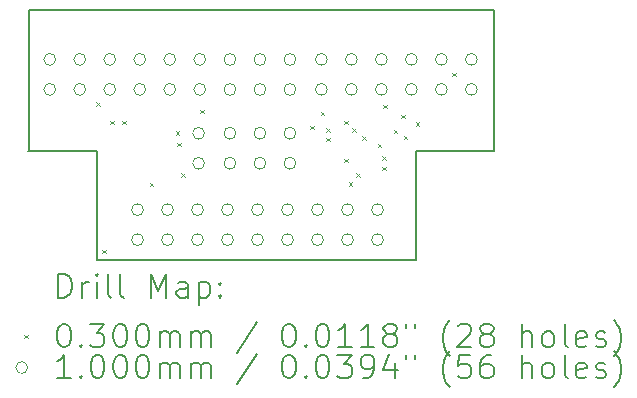
<source format=gbr>
%TF.GenerationSoftware,KiCad,Pcbnew,7.0.6+dfsg-1*%
%TF.CreationDate,2023-08-24T12:50:27+02:00*%
%TF.ProjectId,OV7670,4f563736-3730-42e6-9b69-6361645f7063,v1.2*%
%TF.SameCoordinates,Original*%
%TF.FileFunction,Drillmap*%
%TF.FilePolarity,Positive*%
%FSLAX45Y45*%
G04 Gerber Fmt 4.5, Leading zero omitted, Abs format (unit mm)*
G04 Created by KiCad (PCBNEW 7.0.6+dfsg-1) date 2023-08-24 12:50:27*
%MOMM*%
%LPD*%
G01*
G04 APERTURE LIST*
%ADD10C,0.150000*%
%ADD11C,0.200000*%
%ADD12C,0.030000*%
%ADD13C,0.100000*%
G04 APERTURE END LIST*
D10*
X9513771Y-4076000D02*
X9513771Y-2876000D01*
X6157000Y-4994000D02*
X8854000Y-4994000D01*
X6157000Y-4076000D02*
X6157000Y-4994000D01*
X8854000Y-4076501D02*
X9514000Y-4076501D01*
X8854000Y-4994000D02*
X8854000Y-4076501D01*
X5574459Y-4076000D02*
X6157000Y-4076000D01*
X5575000Y-2876000D02*
X5575000Y-4076000D01*
X9513771Y-2876000D02*
X5575000Y-2876000D01*
D11*
D12*
X6150000Y-3661000D02*
X6180000Y-3691000D01*
X6180000Y-3661000D02*
X6150000Y-3691000D01*
X6200771Y-4906499D02*
X6230771Y-4936499D01*
X6230771Y-4906499D02*
X6200771Y-4936499D01*
X6266200Y-3817800D02*
X6296200Y-3847800D01*
X6296200Y-3817800D02*
X6266200Y-3847800D01*
X6367800Y-3817800D02*
X6397800Y-3847800D01*
X6397800Y-3817800D02*
X6367800Y-3847800D01*
X6600000Y-4341000D02*
X6630000Y-4371000D01*
X6630000Y-4341000D02*
X6600000Y-4371000D01*
X6822771Y-3907000D02*
X6852771Y-3937000D01*
X6852771Y-3907000D02*
X6822771Y-3937000D01*
X6832835Y-4003435D02*
X6862835Y-4033435D01*
X6862835Y-4003435D02*
X6832835Y-4033435D01*
X6866635Y-4262635D02*
X6896635Y-4292635D01*
X6896635Y-4262635D02*
X6866635Y-4292635D01*
X7030000Y-3721000D02*
X7060000Y-3751000D01*
X7060000Y-3721000D02*
X7030000Y-3751000D01*
X7960771Y-3858499D02*
X7990771Y-3888499D01*
X7990771Y-3858499D02*
X7960771Y-3888499D01*
X8050000Y-3741000D02*
X8080000Y-3771000D01*
X8080000Y-3741000D02*
X8050000Y-3771000D01*
X8094221Y-3880250D02*
X8124221Y-3910250D01*
X8124221Y-3880250D02*
X8094221Y-3910250D01*
X8094221Y-3960200D02*
X8124221Y-3990200D01*
X8124221Y-3960200D02*
X8094221Y-3990200D01*
X8245930Y-4137658D02*
X8275930Y-4167658D01*
X8275930Y-4137658D02*
X8245930Y-4167658D01*
X8246813Y-3817702D02*
X8276813Y-3847702D01*
X8276813Y-3817702D02*
X8246813Y-3847702D01*
X8284771Y-4335949D02*
X8314771Y-4365949D01*
X8314771Y-4335949D02*
X8284771Y-4365949D01*
X8315771Y-3880301D02*
X8345771Y-3910301D01*
X8345771Y-3880301D02*
X8315771Y-3910301D01*
X8348321Y-4258499D02*
X8378321Y-4288499D01*
X8378321Y-4258499D02*
X8348321Y-4288499D01*
X8399977Y-3945044D02*
X8429977Y-3975044D01*
X8429977Y-3945044D02*
X8399977Y-3975044D01*
X8531112Y-4009158D02*
X8561112Y-4039158D01*
X8561112Y-4009158D02*
X8531112Y-4039158D01*
X8570052Y-4117563D02*
X8600052Y-4147563D01*
X8600052Y-4117563D02*
X8570052Y-4147563D01*
X8570052Y-4207259D02*
X8600052Y-4237259D01*
X8600052Y-4207259D02*
X8570052Y-4237259D01*
X8576771Y-3682499D02*
X8606771Y-3712499D01*
X8606771Y-3682499D02*
X8576771Y-3712499D01*
X8668781Y-3891068D02*
X8698781Y-3921068D01*
X8698781Y-3891068D02*
X8668781Y-3921068D01*
X8731231Y-3766168D02*
X8761231Y-3796168D01*
X8761231Y-3766168D02*
X8731231Y-3796168D01*
X8750863Y-3941535D02*
X8780863Y-3971535D01*
X8780863Y-3941535D02*
X8750863Y-3971535D01*
X8852321Y-3828363D02*
X8882321Y-3858363D01*
X8882321Y-3828363D02*
X8852321Y-3858363D01*
X9161800Y-3411400D02*
X9191800Y-3441400D01*
X9191800Y-3411400D02*
X9161800Y-3441400D01*
D13*
X5805000Y-3297000D02*
G75*
G03*
X5805000Y-3297000I-50000J0D01*
G01*
X5805000Y-3551000D02*
G75*
G03*
X5805000Y-3551000I-50000J0D01*
G01*
X6059000Y-3297000D02*
G75*
G03*
X6059000Y-3297000I-50000J0D01*
G01*
X6059000Y-3551000D02*
G75*
G03*
X6059000Y-3551000I-50000J0D01*
G01*
X6313000Y-3297000D02*
G75*
G03*
X6313000Y-3297000I-50000J0D01*
G01*
X6313000Y-3551000D02*
G75*
G03*
X6313000Y-3551000I-50000J0D01*
G01*
X6548000Y-4569400D02*
G75*
G03*
X6548000Y-4569400I-50000J0D01*
G01*
X6548000Y-4823400D02*
G75*
G03*
X6548000Y-4823400I-50000J0D01*
G01*
X6567000Y-3297000D02*
G75*
G03*
X6567000Y-3297000I-50000J0D01*
G01*
X6567000Y-3551000D02*
G75*
G03*
X6567000Y-3551000I-50000J0D01*
G01*
X6802000Y-4569400D02*
G75*
G03*
X6802000Y-4569400I-50000J0D01*
G01*
X6802000Y-4823400D02*
G75*
G03*
X6802000Y-4823400I-50000J0D01*
G01*
X6821000Y-3297000D02*
G75*
G03*
X6821000Y-3297000I-50000J0D01*
G01*
X6821000Y-3551000D02*
G75*
G03*
X6821000Y-3551000I-50000J0D01*
G01*
X7056000Y-4569400D02*
G75*
G03*
X7056000Y-4569400I-50000J0D01*
G01*
X7056000Y-4823400D02*
G75*
G03*
X7056000Y-4823400I-50000J0D01*
G01*
X7065000Y-3922000D02*
G75*
G03*
X7065000Y-3922000I-50000J0D01*
G01*
X7065000Y-4176000D02*
G75*
G03*
X7065000Y-4176000I-50000J0D01*
G01*
X7075000Y-3297000D02*
G75*
G03*
X7075000Y-3297000I-50000J0D01*
G01*
X7075000Y-3551000D02*
G75*
G03*
X7075000Y-3551000I-50000J0D01*
G01*
X7310000Y-4569400D02*
G75*
G03*
X7310000Y-4569400I-50000J0D01*
G01*
X7310000Y-4823400D02*
G75*
G03*
X7310000Y-4823400I-50000J0D01*
G01*
X7330000Y-3297000D02*
G75*
G03*
X7330000Y-3297000I-50000J0D01*
G01*
X7330000Y-3551000D02*
G75*
G03*
X7330000Y-3551000I-50000J0D01*
G01*
X7330000Y-3922000D02*
G75*
G03*
X7330000Y-3922000I-50000J0D01*
G01*
X7330000Y-4176000D02*
G75*
G03*
X7330000Y-4176000I-50000J0D01*
G01*
X7564000Y-4569400D02*
G75*
G03*
X7564000Y-4569400I-50000J0D01*
G01*
X7564000Y-4823400D02*
G75*
G03*
X7564000Y-4823400I-50000J0D01*
G01*
X7584000Y-3297000D02*
G75*
G03*
X7584000Y-3297000I-50000J0D01*
G01*
X7584000Y-3551000D02*
G75*
G03*
X7584000Y-3551000I-50000J0D01*
G01*
X7584000Y-3922000D02*
G75*
G03*
X7584000Y-3922000I-50000J0D01*
G01*
X7584000Y-4176000D02*
G75*
G03*
X7584000Y-4176000I-50000J0D01*
G01*
X7818000Y-4569400D02*
G75*
G03*
X7818000Y-4569400I-50000J0D01*
G01*
X7818000Y-4823400D02*
G75*
G03*
X7818000Y-4823400I-50000J0D01*
G01*
X7838000Y-3297000D02*
G75*
G03*
X7838000Y-3297000I-50000J0D01*
G01*
X7838000Y-3551000D02*
G75*
G03*
X7838000Y-3551000I-50000J0D01*
G01*
X7838000Y-3922000D02*
G75*
G03*
X7838000Y-3922000I-50000J0D01*
G01*
X7838000Y-4176000D02*
G75*
G03*
X7838000Y-4176000I-50000J0D01*
G01*
X8072000Y-4569400D02*
G75*
G03*
X8072000Y-4569400I-50000J0D01*
G01*
X8072000Y-4823400D02*
G75*
G03*
X8072000Y-4823400I-50000J0D01*
G01*
X8105000Y-3297000D02*
G75*
G03*
X8105000Y-3297000I-50000J0D01*
G01*
X8105000Y-3551000D02*
G75*
G03*
X8105000Y-3551000I-50000J0D01*
G01*
X8326000Y-4569400D02*
G75*
G03*
X8326000Y-4569400I-50000J0D01*
G01*
X8326000Y-4823400D02*
G75*
G03*
X8326000Y-4823400I-50000J0D01*
G01*
X8359000Y-3297000D02*
G75*
G03*
X8359000Y-3297000I-50000J0D01*
G01*
X8359000Y-3551000D02*
G75*
G03*
X8359000Y-3551000I-50000J0D01*
G01*
X8580000Y-4569400D02*
G75*
G03*
X8580000Y-4569400I-50000J0D01*
G01*
X8580000Y-4823400D02*
G75*
G03*
X8580000Y-4823400I-50000J0D01*
G01*
X8613000Y-3297000D02*
G75*
G03*
X8613000Y-3297000I-50000J0D01*
G01*
X8613000Y-3551000D02*
G75*
G03*
X8613000Y-3551000I-50000J0D01*
G01*
X8867000Y-3297000D02*
G75*
G03*
X8867000Y-3297000I-50000J0D01*
G01*
X8867000Y-3551000D02*
G75*
G03*
X8867000Y-3551000I-50000J0D01*
G01*
X9121000Y-3297000D02*
G75*
G03*
X9121000Y-3297000I-50000J0D01*
G01*
X9121000Y-3551000D02*
G75*
G03*
X9121000Y-3551000I-50000J0D01*
G01*
X9375000Y-3297000D02*
G75*
G03*
X9375000Y-3297000I-50000J0D01*
G01*
X9375000Y-3551000D02*
G75*
G03*
X9375000Y-3551000I-50000J0D01*
G01*
D11*
X5827735Y-5312984D02*
X5827735Y-5112984D01*
X5827735Y-5112984D02*
X5875354Y-5112984D01*
X5875354Y-5112984D02*
X5903926Y-5122508D01*
X5903926Y-5122508D02*
X5922973Y-5141555D01*
X5922973Y-5141555D02*
X5932497Y-5160603D01*
X5932497Y-5160603D02*
X5942021Y-5198698D01*
X5942021Y-5198698D02*
X5942021Y-5227270D01*
X5942021Y-5227270D02*
X5932497Y-5265365D01*
X5932497Y-5265365D02*
X5922973Y-5284412D01*
X5922973Y-5284412D02*
X5903926Y-5303460D01*
X5903926Y-5303460D02*
X5875354Y-5312984D01*
X5875354Y-5312984D02*
X5827735Y-5312984D01*
X6027735Y-5312984D02*
X6027735Y-5179650D01*
X6027735Y-5217746D02*
X6037259Y-5198698D01*
X6037259Y-5198698D02*
X6046783Y-5189174D01*
X6046783Y-5189174D02*
X6065831Y-5179650D01*
X6065831Y-5179650D02*
X6084878Y-5179650D01*
X6151545Y-5312984D02*
X6151545Y-5179650D01*
X6151545Y-5112984D02*
X6142021Y-5122508D01*
X6142021Y-5122508D02*
X6151545Y-5132031D01*
X6151545Y-5132031D02*
X6161069Y-5122508D01*
X6161069Y-5122508D02*
X6151545Y-5112984D01*
X6151545Y-5112984D02*
X6151545Y-5132031D01*
X6275354Y-5312984D02*
X6256307Y-5303460D01*
X6256307Y-5303460D02*
X6246783Y-5284412D01*
X6246783Y-5284412D02*
X6246783Y-5112984D01*
X6380116Y-5312984D02*
X6361069Y-5303460D01*
X6361069Y-5303460D02*
X6351545Y-5284412D01*
X6351545Y-5284412D02*
X6351545Y-5112984D01*
X6608688Y-5312984D02*
X6608688Y-5112984D01*
X6608688Y-5112984D02*
X6675354Y-5255841D01*
X6675354Y-5255841D02*
X6742021Y-5112984D01*
X6742021Y-5112984D02*
X6742021Y-5312984D01*
X6922973Y-5312984D02*
X6922973Y-5208222D01*
X6922973Y-5208222D02*
X6913450Y-5189174D01*
X6913450Y-5189174D02*
X6894402Y-5179650D01*
X6894402Y-5179650D02*
X6856307Y-5179650D01*
X6856307Y-5179650D02*
X6837259Y-5189174D01*
X6922973Y-5303460D02*
X6903926Y-5312984D01*
X6903926Y-5312984D02*
X6856307Y-5312984D01*
X6856307Y-5312984D02*
X6837259Y-5303460D01*
X6837259Y-5303460D02*
X6827735Y-5284412D01*
X6827735Y-5284412D02*
X6827735Y-5265365D01*
X6827735Y-5265365D02*
X6837259Y-5246317D01*
X6837259Y-5246317D02*
X6856307Y-5236793D01*
X6856307Y-5236793D02*
X6903926Y-5236793D01*
X6903926Y-5236793D02*
X6922973Y-5227270D01*
X7018212Y-5179650D02*
X7018212Y-5379650D01*
X7018212Y-5189174D02*
X7037259Y-5179650D01*
X7037259Y-5179650D02*
X7075354Y-5179650D01*
X7075354Y-5179650D02*
X7094402Y-5189174D01*
X7094402Y-5189174D02*
X7103926Y-5198698D01*
X7103926Y-5198698D02*
X7113450Y-5217746D01*
X7113450Y-5217746D02*
X7113450Y-5274889D01*
X7113450Y-5274889D02*
X7103926Y-5293936D01*
X7103926Y-5293936D02*
X7094402Y-5303460D01*
X7094402Y-5303460D02*
X7075354Y-5312984D01*
X7075354Y-5312984D02*
X7037259Y-5312984D01*
X7037259Y-5312984D02*
X7018212Y-5303460D01*
X7199164Y-5293936D02*
X7208688Y-5303460D01*
X7208688Y-5303460D02*
X7199164Y-5312984D01*
X7199164Y-5312984D02*
X7189640Y-5303460D01*
X7189640Y-5303460D02*
X7199164Y-5293936D01*
X7199164Y-5293936D02*
X7199164Y-5312984D01*
X7199164Y-5189174D02*
X7208688Y-5198698D01*
X7208688Y-5198698D02*
X7199164Y-5208222D01*
X7199164Y-5208222D02*
X7189640Y-5198698D01*
X7189640Y-5198698D02*
X7199164Y-5189174D01*
X7199164Y-5189174D02*
X7199164Y-5208222D01*
D12*
X5536959Y-5626500D02*
X5566959Y-5656500D01*
X5566959Y-5626500D02*
X5536959Y-5656500D01*
D11*
X5865831Y-5532984D02*
X5884878Y-5532984D01*
X5884878Y-5532984D02*
X5903926Y-5542508D01*
X5903926Y-5542508D02*
X5913450Y-5552031D01*
X5913450Y-5552031D02*
X5922973Y-5571079D01*
X5922973Y-5571079D02*
X5932497Y-5609174D01*
X5932497Y-5609174D02*
X5932497Y-5656793D01*
X5932497Y-5656793D02*
X5922973Y-5694888D01*
X5922973Y-5694888D02*
X5913450Y-5713936D01*
X5913450Y-5713936D02*
X5903926Y-5723460D01*
X5903926Y-5723460D02*
X5884878Y-5732984D01*
X5884878Y-5732984D02*
X5865831Y-5732984D01*
X5865831Y-5732984D02*
X5846783Y-5723460D01*
X5846783Y-5723460D02*
X5837259Y-5713936D01*
X5837259Y-5713936D02*
X5827735Y-5694888D01*
X5827735Y-5694888D02*
X5818212Y-5656793D01*
X5818212Y-5656793D02*
X5818212Y-5609174D01*
X5818212Y-5609174D02*
X5827735Y-5571079D01*
X5827735Y-5571079D02*
X5837259Y-5552031D01*
X5837259Y-5552031D02*
X5846783Y-5542508D01*
X5846783Y-5542508D02*
X5865831Y-5532984D01*
X6018212Y-5713936D02*
X6027735Y-5723460D01*
X6027735Y-5723460D02*
X6018212Y-5732984D01*
X6018212Y-5732984D02*
X6008688Y-5723460D01*
X6008688Y-5723460D02*
X6018212Y-5713936D01*
X6018212Y-5713936D02*
X6018212Y-5732984D01*
X6094402Y-5532984D02*
X6218212Y-5532984D01*
X6218212Y-5532984D02*
X6151545Y-5609174D01*
X6151545Y-5609174D02*
X6180116Y-5609174D01*
X6180116Y-5609174D02*
X6199164Y-5618698D01*
X6199164Y-5618698D02*
X6208688Y-5628222D01*
X6208688Y-5628222D02*
X6218212Y-5647269D01*
X6218212Y-5647269D02*
X6218212Y-5694888D01*
X6218212Y-5694888D02*
X6208688Y-5713936D01*
X6208688Y-5713936D02*
X6199164Y-5723460D01*
X6199164Y-5723460D02*
X6180116Y-5732984D01*
X6180116Y-5732984D02*
X6122973Y-5732984D01*
X6122973Y-5732984D02*
X6103926Y-5723460D01*
X6103926Y-5723460D02*
X6094402Y-5713936D01*
X6342021Y-5532984D02*
X6361069Y-5532984D01*
X6361069Y-5532984D02*
X6380116Y-5542508D01*
X6380116Y-5542508D02*
X6389640Y-5552031D01*
X6389640Y-5552031D02*
X6399164Y-5571079D01*
X6399164Y-5571079D02*
X6408688Y-5609174D01*
X6408688Y-5609174D02*
X6408688Y-5656793D01*
X6408688Y-5656793D02*
X6399164Y-5694888D01*
X6399164Y-5694888D02*
X6389640Y-5713936D01*
X6389640Y-5713936D02*
X6380116Y-5723460D01*
X6380116Y-5723460D02*
X6361069Y-5732984D01*
X6361069Y-5732984D02*
X6342021Y-5732984D01*
X6342021Y-5732984D02*
X6322973Y-5723460D01*
X6322973Y-5723460D02*
X6313450Y-5713936D01*
X6313450Y-5713936D02*
X6303926Y-5694888D01*
X6303926Y-5694888D02*
X6294402Y-5656793D01*
X6294402Y-5656793D02*
X6294402Y-5609174D01*
X6294402Y-5609174D02*
X6303926Y-5571079D01*
X6303926Y-5571079D02*
X6313450Y-5552031D01*
X6313450Y-5552031D02*
X6322973Y-5542508D01*
X6322973Y-5542508D02*
X6342021Y-5532984D01*
X6532497Y-5532984D02*
X6551545Y-5532984D01*
X6551545Y-5532984D02*
X6570593Y-5542508D01*
X6570593Y-5542508D02*
X6580116Y-5552031D01*
X6580116Y-5552031D02*
X6589640Y-5571079D01*
X6589640Y-5571079D02*
X6599164Y-5609174D01*
X6599164Y-5609174D02*
X6599164Y-5656793D01*
X6599164Y-5656793D02*
X6589640Y-5694888D01*
X6589640Y-5694888D02*
X6580116Y-5713936D01*
X6580116Y-5713936D02*
X6570593Y-5723460D01*
X6570593Y-5723460D02*
X6551545Y-5732984D01*
X6551545Y-5732984D02*
X6532497Y-5732984D01*
X6532497Y-5732984D02*
X6513450Y-5723460D01*
X6513450Y-5723460D02*
X6503926Y-5713936D01*
X6503926Y-5713936D02*
X6494402Y-5694888D01*
X6494402Y-5694888D02*
X6484878Y-5656793D01*
X6484878Y-5656793D02*
X6484878Y-5609174D01*
X6484878Y-5609174D02*
X6494402Y-5571079D01*
X6494402Y-5571079D02*
X6503926Y-5552031D01*
X6503926Y-5552031D02*
X6513450Y-5542508D01*
X6513450Y-5542508D02*
X6532497Y-5532984D01*
X6684878Y-5732984D02*
X6684878Y-5599650D01*
X6684878Y-5618698D02*
X6694402Y-5609174D01*
X6694402Y-5609174D02*
X6713450Y-5599650D01*
X6713450Y-5599650D02*
X6742021Y-5599650D01*
X6742021Y-5599650D02*
X6761069Y-5609174D01*
X6761069Y-5609174D02*
X6770593Y-5628222D01*
X6770593Y-5628222D02*
X6770593Y-5732984D01*
X6770593Y-5628222D02*
X6780116Y-5609174D01*
X6780116Y-5609174D02*
X6799164Y-5599650D01*
X6799164Y-5599650D02*
X6827735Y-5599650D01*
X6827735Y-5599650D02*
X6846783Y-5609174D01*
X6846783Y-5609174D02*
X6856307Y-5628222D01*
X6856307Y-5628222D02*
X6856307Y-5732984D01*
X6951545Y-5732984D02*
X6951545Y-5599650D01*
X6951545Y-5618698D02*
X6961069Y-5609174D01*
X6961069Y-5609174D02*
X6980116Y-5599650D01*
X6980116Y-5599650D02*
X7008688Y-5599650D01*
X7008688Y-5599650D02*
X7027735Y-5609174D01*
X7027735Y-5609174D02*
X7037259Y-5628222D01*
X7037259Y-5628222D02*
X7037259Y-5732984D01*
X7037259Y-5628222D02*
X7046783Y-5609174D01*
X7046783Y-5609174D02*
X7065831Y-5599650D01*
X7065831Y-5599650D02*
X7094402Y-5599650D01*
X7094402Y-5599650D02*
X7113450Y-5609174D01*
X7113450Y-5609174D02*
X7122974Y-5628222D01*
X7122974Y-5628222D02*
X7122974Y-5732984D01*
X7513450Y-5523460D02*
X7342021Y-5780603D01*
X7770593Y-5532984D02*
X7789640Y-5532984D01*
X7789640Y-5532984D02*
X7808688Y-5542508D01*
X7808688Y-5542508D02*
X7818212Y-5552031D01*
X7818212Y-5552031D02*
X7827736Y-5571079D01*
X7827736Y-5571079D02*
X7837259Y-5609174D01*
X7837259Y-5609174D02*
X7837259Y-5656793D01*
X7837259Y-5656793D02*
X7827736Y-5694888D01*
X7827736Y-5694888D02*
X7818212Y-5713936D01*
X7818212Y-5713936D02*
X7808688Y-5723460D01*
X7808688Y-5723460D02*
X7789640Y-5732984D01*
X7789640Y-5732984D02*
X7770593Y-5732984D01*
X7770593Y-5732984D02*
X7751545Y-5723460D01*
X7751545Y-5723460D02*
X7742021Y-5713936D01*
X7742021Y-5713936D02*
X7732497Y-5694888D01*
X7732497Y-5694888D02*
X7722974Y-5656793D01*
X7722974Y-5656793D02*
X7722974Y-5609174D01*
X7722974Y-5609174D02*
X7732497Y-5571079D01*
X7732497Y-5571079D02*
X7742021Y-5552031D01*
X7742021Y-5552031D02*
X7751545Y-5542508D01*
X7751545Y-5542508D02*
X7770593Y-5532984D01*
X7922974Y-5713936D02*
X7932497Y-5723460D01*
X7932497Y-5723460D02*
X7922974Y-5732984D01*
X7922974Y-5732984D02*
X7913450Y-5723460D01*
X7913450Y-5723460D02*
X7922974Y-5713936D01*
X7922974Y-5713936D02*
X7922974Y-5732984D01*
X8056307Y-5532984D02*
X8075355Y-5532984D01*
X8075355Y-5532984D02*
X8094402Y-5542508D01*
X8094402Y-5542508D02*
X8103926Y-5552031D01*
X8103926Y-5552031D02*
X8113450Y-5571079D01*
X8113450Y-5571079D02*
X8122974Y-5609174D01*
X8122974Y-5609174D02*
X8122974Y-5656793D01*
X8122974Y-5656793D02*
X8113450Y-5694888D01*
X8113450Y-5694888D02*
X8103926Y-5713936D01*
X8103926Y-5713936D02*
X8094402Y-5723460D01*
X8094402Y-5723460D02*
X8075355Y-5732984D01*
X8075355Y-5732984D02*
X8056307Y-5732984D01*
X8056307Y-5732984D02*
X8037259Y-5723460D01*
X8037259Y-5723460D02*
X8027736Y-5713936D01*
X8027736Y-5713936D02*
X8018212Y-5694888D01*
X8018212Y-5694888D02*
X8008688Y-5656793D01*
X8008688Y-5656793D02*
X8008688Y-5609174D01*
X8008688Y-5609174D02*
X8018212Y-5571079D01*
X8018212Y-5571079D02*
X8027736Y-5552031D01*
X8027736Y-5552031D02*
X8037259Y-5542508D01*
X8037259Y-5542508D02*
X8056307Y-5532984D01*
X8313450Y-5732984D02*
X8199164Y-5732984D01*
X8256307Y-5732984D02*
X8256307Y-5532984D01*
X8256307Y-5532984D02*
X8237259Y-5561555D01*
X8237259Y-5561555D02*
X8218212Y-5580603D01*
X8218212Y-5580603D02*
X8199164Y-5590127D01*
X8503926Y-5732984D02*
X8389640Y-5732984D01*
X8446783Y-5732984D02*
X8446783Y-5532984D01*
X8446783Y-5532984D02*
X8427736Y-5561555D01*
X8427736Y-5561555D02*
X8408688Y-5580603D01*
X8408688Y-5580603D02*
X8389640Y-5590127D01*
X8618212Y-5618698D02*
X8599164Y-5609174D01*
X8599164Y-5609174D02*
X8589640Y-5599650D01*
X8589640Y-5599650D02*
X8580117Y-5580603D01*
X8580117Y-5580603D02*
X8580117Y-5571079D01*
X8580117Y-5571079D02*
X8589640Y-5552031D01*
X8589640Y-5552031D02*
X8599164Y-5542508D01*
X8599164Y-5542508D02*
X8618212Y-5532984D01*
X8618212Y-5532984D02*
X8656307Y-5532984D01*
X8656307Y-5532984D02*
X8675355Y-5542508D01*
X8675355Y-5542508D02*
X8684879Y-5552031D01*
X8684879Y-5552031D02*
X8694402Y-5571079D01*
X8694402Y-5571079D02*
X8694402Y-5580603D01*
X8694402Y-5580603D02*
X8684879Y-5599650D01*
X8684879Y-5599650D02*
X8675355Y-5609174D01*
X8675355Y-5609174D02*
X8656307Y-5618698D01*
X8656307Y-5618698D02*
X8618212Y-5618698D01*
X8618212Y-5618698D02*
X8599164Y-5628222D01*
X8599164Y-5628222D02*
X8589640Y-5637746D01*
X8589640Y-5637746D02*
X8580117Y-5656793D01*
X8580117Y-5656793D02*
X8580117Y-5694888D01*
X8580117Y-5694888D02*
X8589640Y-5713936D01*
X8589640Y-5713936D02*
X8599164Y-5723460D01*
X8599164Y-5723460D02*
X8618212Y-5732984D01*
X8618212Y-5732984D02*
X8656307Y-5732984D01*
X8656307Y-5732984D02*
X8675355Y-5723460D01*
X8675355Y-5723460D02*
X8684879Y-5713936D01*
X8684879Y-5713936D02*
X8694402Y-5694888D01*
X8694402Y-5694888D02*
X8694402Y-5656793D01*
X8694402Y-5656793D02*
X8684879Y-5637746D01*
X8684879Y-5637746D02*
X8675355Y-5628222D01*
X8675355Y-5628222D02*
X8656307Y-5618698D01*
X8770593Y-5532984D02*
X8770593Y-5571079D01*
X8846783Y-5532984D02*
X8846783Y-5571079D01*
X9142022Y-5809174D02*
X9132498Y-5799650D01*
X9132498Y-5799650D02*
X9113450Y-5771079D01*
X9113450Y-5771079D02*
X9103926Y-5752031D01*
X9103926Y-5752031D02*
X9094402Y-5723460D01*
X9094402Y-5723460D02*
X9084879Y-5675841D01*
X9084879Y-5675841D02*
X9084879Y-5637746D01*
X9084879Y-5637746D02*
X9094402Y-5590127D01*
X9094402Y-5590127D02*
X9103926Y-5561555D01*
X9103926Y-5561555D02*
X9113450Y-5542508D01*
X9113450Y-5542508D02*
X9132498Y-5513936D01*
X9132498Y-5513936D02*
X9142022Y-5504412D01*
X9208688Y-5552031D02*
X9218212Y-5542508D01*
X9218212Y-5542508D02*
X9237260Y-5532984D01*
X9237260Y-5532984D02*
X9284879Y-5532984D01*
X9284879Y-5532984D02*
X9303926Y-5542508D01*
X9303926Y-5542508D02*
X9313450Y-5552031D01*
X9313450Y-5552031D02*
X9322974Y-5571079D01*
X9322974Y-5571079D02*
X9322974Y-5590127D01*
X9322974Y-5590127D02*
X9313450Y-5618698D01*
X9313450Y-5618698D02*
X9199164Y-5732984D01*
X9199164Y-5732984D02*
X9322974Y-5732984D01*
X9437260Y-5618698D02*
X9418212Y-5609174D01*
X9418212Y-5609174D02*
X9408688Y-5599650D01*
X9408688Y-5599650D02*
X9399164Y-5580603D01*
X9399164Y-5580603D02*
X9399164Y-5571079D01*
X9399164Y-5571079D02*
X9408688Y-5552031D01*
X9408688Y-5552031D02*
X9418212Y-5542508D01*
X9418212Y-5542508D02*
X9437260Y-5532984D01*
X9437260Y-5532984D02*
X9475355Y-5532984D01*
X9475355Y-5532984D02*
X9494402Y-5542508D01*
X9494402Y-5542508D02*
X9503926Y-5552031D01*
X9503926Y-5552031D02*
X9513450Y-5571079D01*
X9513450Y-5571079D02*
X9513450Y-5580603D01*
X9513450Y-5580603D02*
X9503926Y-5599650D01*
X9503926Y-5599650D02*
X9494402Y-5609174D01*
X9494402Y-5609174D02*
X9475355Y-5618698D01*
X9475355Y-5618698D02*
X9437260Y-5618698D01*
X9437260Y-5618698D02*
X9418212Y-5628222D01*
X9418212Y-5628222D02*
X9408688Y-5637746D01*
X9408688Y-5637746D02*
X9399164Y-5656793D01*
X9399164Y-5656793D02*
X9399164Y-5694888D01*
X9399164Y-5694888D02*
X9408688Y-5713936D01*
X9408688Y-5713936D02*
X9418212Y-5723460D01*
X9418212Y-5723460D02*
X9437260Y-5732984D01*
X9437260Y-5732984D02*
X9475355Y-5732984D01*
X9475355Y-5732984D02*
X9494402Y-5723460D01*
X9494402Y-5723460D02*
X9503926Y-5713936D01*
X9503926Y-5713936D02*
X9513450Y-5694888D01*
X9513450Y-5694888D02*
X9513450Y-5656793D01*
X9513450Y-5656793D02*
X9503926Y-5637746D01*
X9503926Y-5637746D02*
X9494402Y-5628222D01*
X9494402Y-5628222D02*
X9475355Y-5618698D01*
X9751545Y-5732984D02*
X9751545Y-5532984D01*
X9837260Y-5732984D02*
X9837260Y-5628222D01*
X9837260Y-5628222D02*
X9827736Y-5609174D01*
X9827736Y-5609174D02*
X9808688Y-5599650D01*
X9808688Y-5599650D02*
X9780117Y-5599650D01*
X9780117Y-5599650D02*
X9761069Y-5609174D01*
X9761069Y-5609174D02*
X9751545Y-5618698D01*
X9961069Y-5732984D02*
X9942022Y-5723460D01*
X9942022Y-5723460D02*
X9932498Y-5713936D01*
X9932498Y-5713936D02*
X9922974Y-5694888D01*
X9922974Y-5694888D02*
X9922974Y-5637746D01*
X9922974Y-5637746D02*
X9932498Y-5618698D01*
X9932498Y-5618698D02*
X9942022Y-5609174D01*
X9942022Y-5609174D02*
X9961069Y-5599650D01*
X9961069Y-5599650D02*
X9989641Y-5599650D01*
X9989641Y-5599650D02*
X10008688Y-5609174D01*
X10008688Y-5609174D02*
X10018212Y-5618698D01*
X10018212Y-5618698D02*
X10027736Y-5637746D01*
X10027736Y-5637746D02*
X10027736Y-5694888D01*
X10027736Y-5694888D02*
X10018212Y-5713936D01*
X10018212Y-5713936D02*
X10008688Y-5723460D01*
X10008688Y-5723460D02*
X9989641Y-5732984D01*
X9989641Y-5732984D02*
X9961069Y-5732984D01*
X10142022Y-5732984D02*
X10122974Y-5723460D01*
X10122974Y-5723460D02*
X10113450Y-5704412D01*
X10113450Y-5704412D02*
X10113450Y-5532984D01*
X10294403Y-5723460D02*
X10275355Y-5732984D01*
X10275355Y-5732984D02*
X10237260Y-5732984D01*
X10237260Y-5732984D02*
X10218212Y-5723460D01*
X10218212Y-5723460D02*
X10208688Y-5704412D01*
X10208688Y-5704412D02*
X10208688Y-5628222D01*
X10208688Y-5628222D02*
X10218212Y-5609174D01*
X10218212Y-5609174D02*
X10237260Y-5599650D01*
X10237260Y-5599650D02*
X10275355Y-5599650D01*
X10275355Y-5599650D02*
X10294403Y-5609174D01*
X10294403Y-5609174D02*
X10303926Y-5628222D01*
X10303926Y-5628222D02*
X10303926Y-5647269D01*
X10303926Y-5647269D02*
X10208688Y-5666317D01*
X10380117Y-5723460D02*
X10399164Y-5732984D01*
X10399164Y-5732984D02*
X10437260Y-5732984D01*
X10437260Y-5732984D02*
X10456307Y-5723460D01*
X10456307Y-5723460D02*
X10465831Y-5704412D01*
X10465831Y-5704412D02*
X10465831Y-5694888D01*
X10465831Y-5694888D02*
X10456307Y-5675841D01*
X10456307Y-5675841D02*
X10437260Y-5666317D01*
X10437260Y-5666317D02*
X10408688Y-5666317D01*
X10408688Y-5666317D02*
X10389641Y-5656793D01*
X10389641Y-5656793D02*
X10380117Y-5637746D01*
X10380117Y-5637746D02*
X10380117Y-5628222D01*
X10380117Y-5628222D02*
X10389641Y-5609174D01*
X10389641Y-5609174D02*
X10408688Y-5599650D01*
X10408688Y-5599650D02*
X10437260Y-5599650D01*
X10437260Y-5599650D02*
X10456307Y-5609174D01*
X10532498Y-5809174D02*
X10542022Y-5799650D01*
X10542022Y-5799650D02*
X10561069Y-5771079D01*
X10561069Y-5771079D02*
X10570593Y-5752031D01*
X10570593Y-5752031D02*
X10580117Y-5723460D01*
X10580117Y-5723460D02*
X10589641Y-5675841D01*
X10589641Y-5675841D02*
X10589641Y-5637746D01*
X10589641Y-5637746D02*
X10580117Y-5590127D01*
X10580117Y-5590127D02*
X10570593Y-5561555D01*
X10570593Y-5561555D02*
X10561069Y-5542508D01*
X10561069Y-5542508D02*
X10542022Y-5513936D01*
X10542022Y-5513936D02*
X10532498Y-5504412D01*
D13*
X5566959Y-5905500D02*
G75*
G03*
X5566959Y-5905500I-50000J0D01*
G01*
D11*
X5932497Y-5996984D02*
X5818212Y-5996984D01*
X5875354Y-5996984D02*
X5875354Y-5796984D01*
X5875354Y-5796984D02*
X5856307Y-5825555D01*
X5856307Y-5825555D02*
X5837259Y-5844603D01*
X5837259Y-5844603D02*
X5818212Y-5854127D01*
X6018212Y-5977936D02*
X6027735Y-5987460D01*
X6027735Y-5987460D02*
X6018212Y-5996984D01*
X6018212Y-5996984D02*
X6008688Y-5987460D01*
X6008688Y-5987460D02*
X6018212Y-5977936D01*
X6018212Y-5977936D02*
X6018212Y-5996984D01*
X6151545Y-5796984D02*
X6170593Y-5796984D01*
X6170593Y-5796984D02*
X6189640Y-5806508D01*
X6189640Y-5806508D02*
X6199164Y-5816031D01*
X6199164Y-5816031D02*
X6208688Y-5835079D01*
X6208688Y-5835079D02*
X6218212Y-5873174D01*
X6218212Y-5873174D02*
X6218212Y-5920793D01*
X6218212Y-5920793D02*
X6208688Y-5958888D01*
X6208688Y-5958888D02*
X6199164Y-5977936D01*
X6199164Y-5977936D02*
X6189640Y-5987460D01*
X6189640Y-5987460D02*
X6170593Y-5996984D01*
X6170593Y-5996984D02*
X6151545Y-5996984D01*
X6151545Y-5996984D02*
X6132497Y-5987460D01*
X6132497Y-5987460D02*
X6122973Y-5977936D01*
X6122973Y-5977936D02*
X6113450Y-5958888D01*
X6113450Y-5958888D02*
X6103926Y-5920793D01*
X6103926Y-5920793D02*
X6103926Y-5873174D01*
X6103926Y-5873174D02*
X6113450Y-5835079D01*
X6113450Y-5835079D02*
X6122973Y-5816031D01*
X6122973Y-5816031D02*
X6132497Y-5806508D01*
X6132497Y-5806508D02*
X6151545Y-5796984D01*
X6342021Y-5796984D02*
X6361069Y-5796984D01*
X6361069Y-5796984D02*
X6380116Y-5806508D01*
X6380116Y-5806508D02*
X6389640Y-5816031D01*
X6389640Y-5816031D02*
X6399164Y-5835079D01*
X6399164Y-5835079D02*
X6408688Y-5873174D01*
X6408688Y-5873174D02*
X6408688Y-5920793D01*
X6408688Y-5920793D02*
X6399164Y-5958888D01*
X6399164Y-5958888D02*
X6389640Y-5977936D01*
X6389640Y-5977936D02*
X6380116Y-5987460D01*
X6380116Y-5987460D02*
X6361069Y-5996984D01*
X6361069Y-5996984D02*
X6342021Y-5996984D01*
X6342021Y-5996984D02*
X6322973Y-5987460D01*
X6322973Y-5987460D02*
X6313450Y-5977936D01*
X6313450Y-5977936D02*
X6303926Y-5958888D01*
X6303926Y-5958888D02*
X6294402Y-5920793D01*
X6294402Y-5920793D02*
X6294402Y-5873174D01*
X6294402Y-5873174D02*
X6303926Y-5835079D01*
X6303926Y-5835079D02*
X6313450Y-5816031D01*
X6313450Y-5816031D02*
X6322973Y-5806508D01*
X6322973Y-5806508D02*
X6342021Y-5796984D01*
X6532497Y-5796984D02*
X6551545Y-5796984D01*
X6551545Y-5796984D02*
X6570593Y-5806508D01*
X6570593Y-5806508D02*
X6580116Y-5816031D01*
X6580116Y-5816031D02*
X6589640Y-5835079D01*
X6589640Y-5835079D02*
X6599164Y-5873174D01*
X6599164Y-5873174D02*
X6599164Y-5920793D01*
X6599164Y-5920793D02*
X6589640Y-5958888D01*
X6589640Y-5958888D02*
X6580116Y-5977936D01*
X6580116Y-5977936D02*
X6570593Y-5987460D01*
X6570593Y-5987460D02*
X6551545Y-5996984D01*
X6551545Y-5996984D02*
X6532497Y-5996984D01*
X6532497Y-5996984D02*
X6513450Y-5987460D01*
X6513450Y-5987460D02*
X6503926Y-5977936D01*
X6503926Y-5977936D02*
X6494402Y-5958888D01*
X6494402Y-5958888D02*
X6484878Y-5920793D01*
X6484878Y-5920793D02*
X6484878Y-5873174D01*
X6484878Y-5873174D02*
X6494402Y-5835079D01*
X6494402Y-5835079D02*
X6503926Y-5816031D01*
X6503926Y-5816031D02*
X6513450Y-5806508D01*
X6513450Y-5806508D02*
X6532497Y-5796984D01*
X6684878Y-5996984D02*
X6684878Y-5863650D01*
X6684878Y-5882698D02*
X6694402Y-5873174D01*
X6694402Y-5873174D02*
X6713450Y-5863650D01*
X6713450Y-5863650D02*
X6742021Y-5863650D01*
X6742021Y-5863650D02*
X6761069Y-5873174D01*
X6761069Y-5873174D02*
X6770593Y-5892222D01*
X6770593Y-5892222D02*
X6770593Y-5996984D01*
X6770593Y-5892222D02*
X6780116Y-5873174D01*
X6780116Y-5873174D02*
X6799164Y-5863650D01*
X6799164Y-5863650D02*
X6827735Y-5863650D01*
X6827735Y-5863650D02*
X6846783Y-5873174D01*
X6846783Y-5873174D02*
X6856307Y-5892222D01*
X6856307Y-5892222D02*
X6856307Y-5996984D01*
X6951545Y-5996984D02*
X6951545Y-5863650D01*
X6951545Y-5882698D02*
X6961069Y-5873174D01*
X6961069Y-5873174D02*
X6980116Y-5863650D01*
X6980116Y-5863650D02*
X7008688Y-5863650D01*
X7008688Y-5863650D02*
X7027735Y-5873174D01*
X7027735Y-5873174D02*
X7037259Y-5892222D01*
X7037259Y-5892222D02*
X7037259Y-5996984D01*
X7037259Y-5892222D02*
X7046783Y-5873174D01*
X7046783Y-5873174D02*
X7065831Y-5863650D01*
X7065831Y-5863650D02*
X7094402Y-5863650D01*
X7094402Y-5863650D02*
X7113450Y-5873174D01*
X7113450Y-5873174D02*
X7122974Y-5892222D01*
X7122974Y-5892222D02*
X7122974Y-5996984D01*
X7513450Y-5787460D02*
X7342021Y-6044603D01*
X7770593Y-5796984D02*
X7789640Y-5796984D01*
X7789640Y-5796984D02*
X7808688Y-5806508D01*
X7808688Y-5806508D02*
X7818212Y-5816031D01*
X7818212Y-5816031D02*
X7827736Y-5835079D01*
X7827736Y-5835079D02*
X7837259Y-5873174D01*
X7837259Y-5873174D02*
X7837259Y-5920793D01*
X7837259Y-5920793D02*
X7827736Y-5958888D01*
X7827736Y-5958888D02*
X7818212Y-5977936D01*
X7818212Y-5977936D02*
X7808688Y-5987460D01*
X7808688Y-5987460D02*
X7789640Y-5996984D01*
X7789640Y-5996984D02*
X7770593Y-5996984D01*
X7770593Y-5996984D02*
X7751545Y-5987460D01*
X7751545Y-5987460D02*
X7742021Y-5977936D01*
X7742021Y-5977936D02*
X7732497Y-5958888D01*
X7732497Y-5958888D02*
X7722974Y-5920793D01*
X7722974Y-5920793D02*
X7722974Y-5873174D01*
X7722974Y-5873174D02*
X7732497Y-5835079D01*
X7732497Y-5835079D02*
X7742021Y-5816031D01*
X7742021Y-5816031D02*
X7751545Y-5806508D01*
X7751545Y-5806508D02*
X7770593Y-5796984D01*
X7922974Y-5977936D02*
X7932497Y-5987460D01*
X7932497Y-5987460D02*
X7922974Y-5996984D01*
X7922974Y-5996984D02*
X7913450Y-5987460D01*
X7913450Y-5987460D02*
X7922974Y-5977936D01*
X7922974Y-5977936D02*
X7922974Y-5996984D01*
X8056307Y-5796984D02*
X8075355Y-5796984D01*
X8075355Y-5796984D02*
X8094402Y-5806508D01*
X8094402Y-5806508D02*
X8103926Y-5816031D01*
X8103926Y-5816031D02*
X8113450Y-5835079D01*
X8113450Y-5835079D02*
X8122974Y-5873174D01*
X8122974Y-5873174D02*
X8122974Y-5920793D01*
X8122974Y-5920793D02*
X8113450Y-5958888D01*
X8113450Y-5958888D02*
X8103926Y-5977936D01*
X8103926Y-5977936D02*
X8094402Y-5987460D01*
X8094402Y-5987460D02*
X8075355Y-5996984D01*
X8075355Y-5996984D02*
X8056307Y-5996984D01*
X8056307Y-5996984D02*
X8037259Y-5987460D01*
X8037259Y-5987460D02*
X8027736Y-5977936D01*
X8027736Y-5977936D02*
X8018212Y-5958888D01*
X8018212Y-5958888D02*
X8008688Y-5920793D01*
X8008688Y-5920793D02*
X8008688Y-5873174D01*
X8008688Y-5873174D02*
X8018212Y-5835079D01*
X8018212Y-5835079D02*
X8027736Y-5816031D01*
X8027736Y-5816031D02*
X8037259Y-5806508D01*
X8037259Y-5806508D02*
X8056307Y-5796984D01*
X8189640Y-5796984D02*
X8313450Y-5796984D01*
X8313450Y-5796984D02*
X8246783Y-5873174D01*
X8246783Y-5873174D02*
X8275355Y-5873174D01*
X8275355Y-5873174D02*
X8294402Y-5882698D01*
X8294402Y-5882698D02*
X8303926Y-5892222D01*
X8303926Y-5892222D02*
X8313450Y-5911269D01*
X8313450Y-5911269D02*
X8313450Y-5958888D01*
X8313450Y-5958888D02*
X8303926Y-5977936D01*
X8303926Y-5977936D02*
X8294402Y-5987460D01*
X8294402Y-5987460D02*
X8275355Y-5996984D01*
X8275355Y-5996984D02*
X8218212Y-5996984D01*
X8218212Y-5996984D02*
X8199164Y-5987460D01*
X8199164Y-5987460D02*
X8189640Y-5977936D01*
X8408688Y-5996984D02*
X8446783Y-5996984D01*
X8446783Y-5996984D02*
X8465831Y-5987460D01*
X8465831Y-5987460D02*
X8475355Y-5977936D01*
X8475355Y-5977936D02*
X8494402Y-5949365D01*
X8494402Y-5949365D02*
X8503926Y-5911269D01*
X8503926Y-5911269D02*
X8503926Y-5835079D01*
X8503926Y-5835079D02*
X8494402Y-5816031D01*
X8494402Y-5816031D02*
X8484879Y-5806508D01*
X8484879Y-5806508D02*
X8465831Y-5796984D01*
X8465831Y-5796984D02*
X8427736Y-5796984D01*
X8427736Y-5796984D02*
X8408688Y-5806508D01*
X8408688Y-5806508D02*
X8399164Y-5816031D01*
X8399164Y-5816031D02*
X8389640Y-5835079D01*
X8389640Y-5835079D02*
X8389640Y-5882698D01*
X8389640Y-5882698D02*
X8399164Y-5901746D01*
X8399164Y-5901746D02*
X8408688Y-5911269D01*
X8408688Y-5911269D02*
X8427736Y-5920793D01*
X8427736Y-5920793D02*
X8465831Y-5920793D01*
X8465831Y-5920793D02*
X8484879Y-5911269D01*
X8484879Y-5911269D02*
X8494402Y-5901746D01*
X8494402Y-5901746D02*
X8503926Y-5882698D01*
X8675355Y-5863650D02*
X8675355Y-5996984D01*
X8627736Y-5787460D02*
X8580117Y-5930317D01*
X8580117Y-5930317D02*
X8703926Y-5930317D01*
X8770593Y-5796984D02*
X8770593Y-5835079D01*
X8846783Y-5796984D02*
X8846783Y-5835079D01*
X9142022Y-6073174D02*
X9132498Y-6063650D01*
X9132498Y-6063650D02*
X9113450Y-6035079D01*
X9113450Y-6035079D02*
X9103926Y-6016031D01*
X9103926Y-6016031D02*
X9094402Y-5987460D01*
X9094402Y-5987460D02*
X9084879Y-5939841D01*
X9084879Y-5939841D02*
X9084879Y-5901746D01*
X9084879Y-5901746D02*
X9094402Y-5854127D01*
X9094402Y-5854127D02*
X9103926Y-5825555D01*
X9103926Y-5825555D02*
X9113450Y-5806508D01*
X9113450Y-5806508D02*
X9132498Y-5777936D01*
X9132498Y-5777936D02*
X9142022Y-5768412D01*
X9313450Y-5796984D02*
X9218212Y-5796984D01*
X9218212Y-5796984D02*
X9208688Y-5892222D01*
X9208688Y-5892222D02*
X9218212Y-5882698D01*
X9218212Y-5882698D02*
X9237260Y-5873174D01*
X9237260Y-5873174D02*
X9284879Y-5873174D01*
X9284879Y-5873174D02*
X9303926Y-5882698D01*
X9303926Y-5882698D02*
X9313450Y-5892222D01*
X9313450Y-5892222D02*
X9322974Y-5911269D01*
X9322974Y-5911269D02*
X9322974Y-5958888D01*
X9322974Y-5958888D02*
X9313450Y-5977936D01*
X9313450Y-5977936D02*
X9303926Y-5987460D01*
X9303926Y-5987460D02*
X9284879Y-5996984D01*
X9284879Y-5996984D02*
X9237260Y-5996984D01*
X9237260Y-5996984D02*
X9218212Y-5987460D01*
X9218212Y-5987460D02*
X9208688Y-5977936D01*
X9494402Y-5796984D02*
X9456307Y-5796984D01*
X9456307Y-5796984D02*
X9437260Y-5806508D01*
X9437260Y-5806508D02*
X9427736Y-5816031D01*
X9427736Y-5816031D02*
X9408688Y-5844603D01*
X9408688Y-5844603D02*
X9399164Y-5882698D01*
X9399164Y-5882698D02*
X9399164Y-5958888D01*
X9399164Y-5958888D02*
X9408688Y-5977936D01*
X9408688Y-5977936D02*
X9418212Y-5987460D01*
X9418212Y-5987460D02*
X9437260Y-5996984D01*
X9437260Y-5996984D02*
X9475355Y-5996984D01*
X9475355Y-5996984D02*
X9494402Y-5987460D01*
X9494402Y-5987460D02*
X9503926Y-5977936D01*
X9503926Y-5977936D02*
X9513450Y-5958888D01*
X9513450Y-5958888D02*
X9513450Y-5911269D01*
X9513450Y-5911269D02*
X9503926Y-5892222D01*
X9503926Y-5892222D02*
X9494402Y-5882698D01*
X9494402Y-5882698D02*
X9475355Y-5873174D01*
X9475355Y-5873174D02*
X9437260Y-5873174D01*
X9437260Y-5873174D02*
X9418212Y-5882698D01*
X9418212Y-5882698D02*
X9408688Y-5892222D01*
X9408688Y-5892222D02*
X9399164Y-5911269D01*
X9751545Y-5996984D02*
X9751545Y-5796984D01*
X9837260Y-5996984D02*
X9837260Y-5892222D01*
X9837260Y-5892222D02*
X9827736Y-5873174D01*
X9827736Y-5873174D02*
X9808688Y-5863650D01*
X9808688Y-5863650D02*
X9780117Y-5863650D01*
X9780117Y-5863650D02*
X9761069Y-5873174D01*
X9761069Y-5873174D02*
X9751545Y-5882698D01*
X9961069Y-5996984D02*
X9942022Y-5987460D01*
X9942022Y-5987460D02*
X9932498Y-5977936D01*
X9932498Y-5977936D02*
X9922974Y-5958888D01*
X9922974Y-5958888D02*
X9922974Y-5901746D01*
X9922974Y-5901746D02*
X9932498Y-5882698D01*
X9932498Y-5882698D02*
X9942022Y-5873174D01*
X9942022Y-5873174D02*
X9961069Y-5863650D01*
X9961069Y-5863650D02*
X9989641Y-5863650D01*
X9989641Y-5863650D02*
X10008688Y-5873174D01*
X10008688Y-5873174D02*
X10018212Y-5882698D01*
X10018212Y-5882698D02*
X10027736Y-5901746D01*
X10027736Y-5901746D02*
X10027736Y-5958888D01*
X10027736Y-5958888D02*
X10018212Y-5977936D01*
X10018212Y-5977936D02*
X10008688Y-5987460D01*
X10008688Y-5987460D02*
X9989641Y-5996984D01*
X9989641Y-5996984D02*
X9961069Y-5996984D01*
X10142022Y-5996984D02*
X10122974Y-5987460D01*
X10122974Y-5987460D02*
X10113450Y-5968412D01*
X10113450Y-5968412D02*
X10113450Y-5796984D01*
X10294403Y-5987460D02*
X10275355Y-5996984D01*
X10275355Y-5996984D02*
X10237260Y-5996984D01*
X10237260Y-5996984D02*
X10218212Y-5987460D01*
X10218212Y-5987460D02*
X10208688Y-5968412D01*
X10208688Y-5968412D02*
X10208688Y-5892222D01*
X10208688Y-5892222D02*
X10218212Y-5873174D01*
X10218212Y-5873174D02*
X10237260Y-5863650D01*
X10237260Y-5863650D02*
X10275355Y-5863650D01*
X10275355Y-5863650D02*
X10294403Y-5873174D01*
X10294403Y-5873174D02*
X10303926Y-5892222D01*
X10303926Y-5892222D02*
X10303926Y-5911269D01*
X10303926Y-5911269D02*
X10208688Y-5930317D01*
X10380117Y-5987460D02*
X10399164Y-5996984D01*
X10399164Y-5996984D02*
X10437260Y-5996984D01*
X10437260Y-5996984D02*
X10456307Y-5987460D01*
X10456307Y-5987460D02*
X10465831Y-5968412D01*
X10465831Y-5968412D02*
X10465831Y-5958888D01*
X10465831Y-5958888D02*
X10456307Y-5939841D01*
X10456307Y-5939841D02*
X10437260Y-5930317D01*
X10437260Y-5930317D02*
X10408688Y-5930317D01*
X10408688Y-5930317D02*
X10389641Y-5920793D01*
X10389641Y-5920793D02*
X10380117Y-5901746D01*
X10380117Y-5901746D02*
X10380117Y-5892222D01*
X10380117Y-5892222D02*
X10389641Y-5873174D01*
X10389641Y-5873174D02*
X10408688Y-5863650D01*
X10408688Y-5863650D02*
X10437260Y-5863650D01*
X10437260Y-5863650D02*
X10456307Y-5873174D01*
X10532498Y-6073174D02*
X10542022Y-6063650D01*
X10542022Y-6063650D02*
X10561069Y-6035079D01*
X10561069Y-6035079D02*
X10570593Y-6016031D01*
X10570593Y-6016031D02*
X10580117Y-5987460D01*
X10580117Y-5987460D02*
X10589641Y-5939841D01*
X10589641Y-5939841D02*
X10589641Y-5901746D01*
X10589641Y-5901746D02*
X10580117Y-5854127D01*
X10580117Y-5854127D02*
X10570593Y-5825555D01*
X10570593Y-5825555D02*
X10561069Y-5806508D01*
X10561069Y-5806508D02*
X10542022Y-5777936D01*
X10542022Y-5777936D02*
X10532498Y-5768412D01*
M02*

</source>
